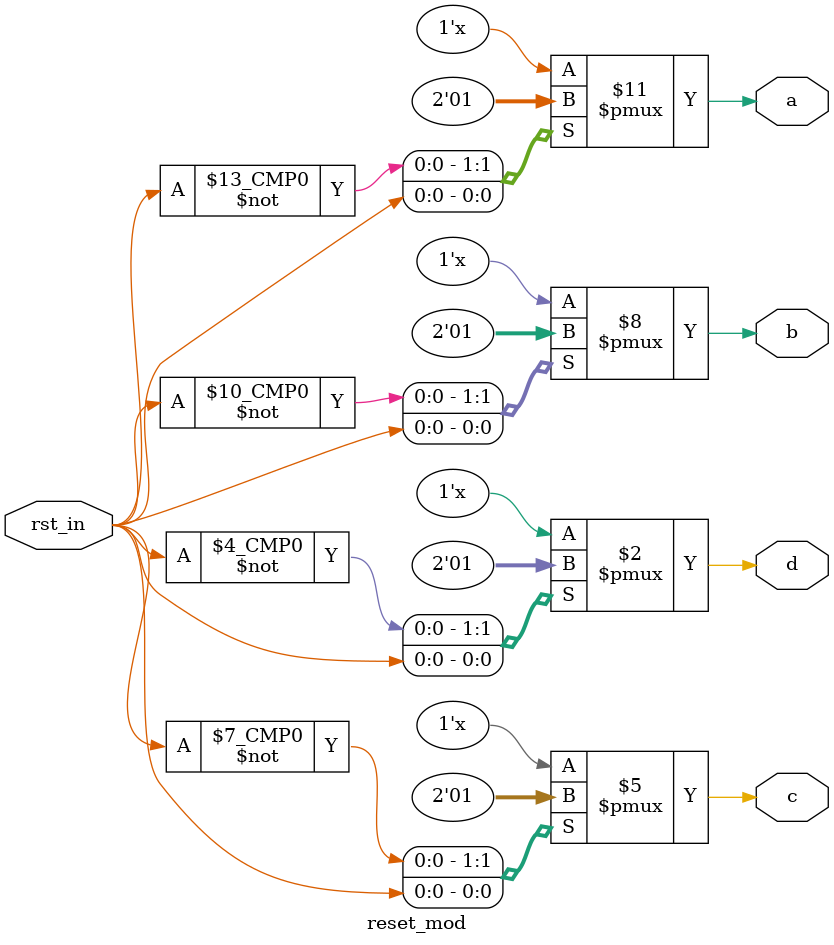
<source format=v>
`timescale 1ns / 1ps

module reset_mod(
	input rst_in,
	output reg a,b,c,d
    );

always @(*)
	begin
	
	case({rst_in})
	1'b0: begin a=1'b0;b=1'b0;c=1'b0;d=1'b0; end
	1'b1: begin	a=1'b1;b=1'b1;c=1'b1;d=1'b1; end
	endcase	
	end
endmodule


</source>
